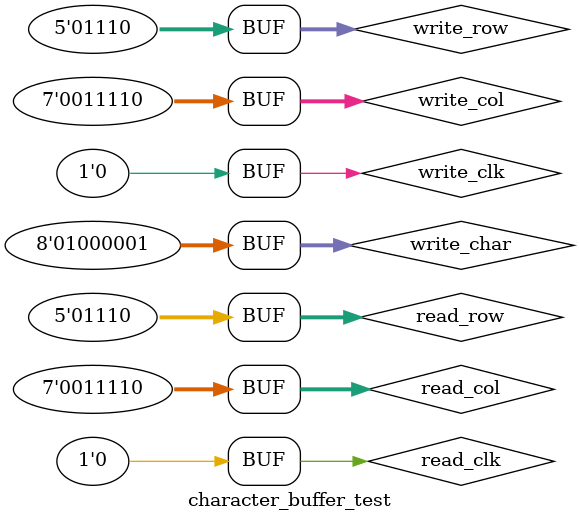
<source format=v>
`timescale 1ns / 1ps


module character_buffer_test;

	// Inputs
	reg write_clk;
	reg [4:0] write_row;
	reg [6:0] write_col;
	reg [7:0] write_char;
  reg read_clk;
	reg [4:0] read_row;
	reg [6:0] read_col;

	// Outputs
	wire [7:0] read_char;
  
	// Instantiate the Unit Under Test (UUT)
	character_buffer uut (
		.write_clk(write_clk), 
		.write_row(write_row), 
		.write_col(write_col), 
		.write_char(write_char),
    .read_clk(read_clk),
		.read_row(read_row), 
		.read_col(read_col), 
		.read_char(read_char)
	);

	initial begin
    $monitor("row:%d, col:%d, char:%d", read_row, read_col, read_char);
		// Initialize Inputs
		write_clk = 0;
		write_row = 0;
		write_col = 0;
		write_char = 0;
		read_row = 0;
		read_col = 0;

		// Wait 100 ns for global reset to finish
		#100;
        
		// Add stimulus here
    write_char = 106;
    write_clk = 1;
    #10;
    write_clk = 0;
    read_clk = 1;
    #10;
    read_clk = 0;
    write_row = 14;
    write_col = 30;
    write_char = 65;
    write_clk = 1;
    #10;
    write_clk = 0;
    read_row = 14;
    read_col = 30;
    #10;
    read_clk = 1;
    #10;
    read_clk = 0;
    #10;
  end
      
endmodule


</source>
